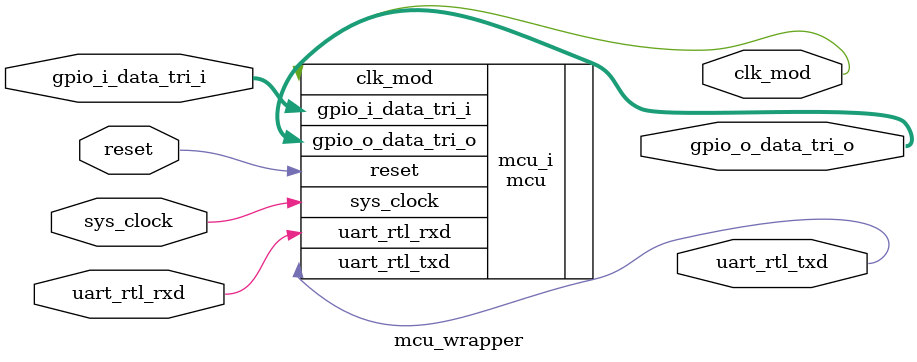
<source format=v>
`timescale 1 ps / 1 ps

module mcu_wrapper
   (clk_mod,
    gpio_i_data_tri_i,
    gpio_o_data_tri_o,
    reset,
    sys_clock,
    uart_rtl_rxd,
    uart_rtl_txd);
  output clk_mod;
  input [31:0]gpio_i_data_tri_i;
  output [31:0]gpio_o_data_tri_o;
  input reset;
  input sys_clock;
  input uart_rtl_rxd;
  output uart_rtl_txd;

  wire clk_mod;
  wire [31:0]gpio_i_data_tri_i;
  wire [31:0]gpio_o_data_tri_o;
  wire reset;
  wire sys_clock;
  wire uart_rtl_rxd;
  wire uart_rtl_txd;

  mcu mcu_i
       (.clk_mod(clk_mod),
        .gpio_i_data_tri_i(gpio_i_data_tri_i),
        .gpio_o_data_tri_o(gpio_o_data_tri_o),
        .reset(reset),
        .sys_clock(sys_clock),
        .uart_rtl_rxd(uart_rtl_rxd),
        .uart_rtl_txd(uart_rtl_txd));
endmodule

</source>
